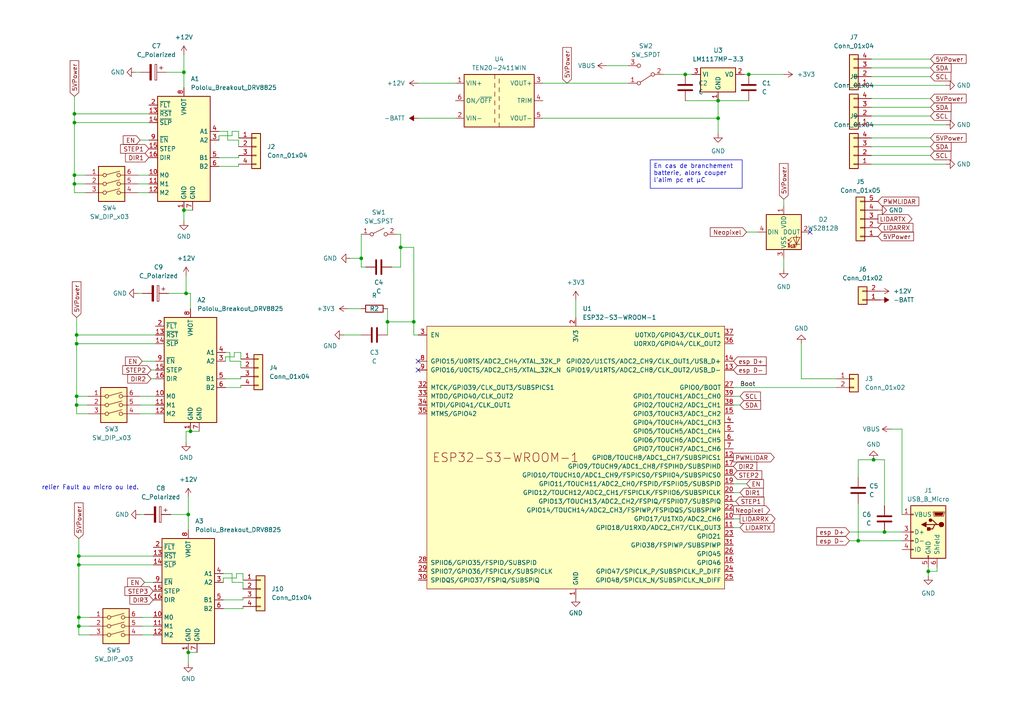
<source format=kicad_sch>
(kicad_sch (version 20230121) (generator eeschema)
  (paper "A4")
  (lib_symbols
    (symbol "Connector:USB_B_Micro" (pin_names (offset 1.016))
      (property "Reference" "J" (at -5.08 11.43 0))
      (property "Value" "USB_B_Micro" (at -5.08 8.89 0))
      (symbol "USB_B_Micro_0_1"
        (rectangle (start -5.08 -7.62) (end 5.08 7.62) (stroke (width 0.254)) (fill (type background)))
        (circle (center -3.81 2.159) (radius 0.635) (stroke (width 0.254)) (fill (type outline)))
        (circle (center -0.635 3.429) (radius 0.381) (stroke (width 0.254)) (fill (type outline)))
        (rectangle (start -0.127 -7.62) (end 0.127 -6.858))
        (polyline (pts (xy -1.905 2.159) (xy 0.635 2.159)) (stroke (width 0.254)))
        (polyline (pts (xy -3.175 2.159) (xy -2.54 2.159) (xy -1.27 3.429) (xy -0.635 3.429)) (stroke (width 0.254)))
        (polyline (pts (xy -2.54 2.159) (xy -1.905 2.159) (xy -1.27 0.889) (xy 0 0.889)) (stroke (width 0.254)))
        (polyline (pts (xy 0.635 2.794) (xy 0.635 1.524) (xy 1.905 2.159) (xy 0.635 2.794)) (stroke (width 0.254)) (fill (type outline)))
        (polyline (pts (xy -4.318 5.588) (xy -1.778 5.588) (xy -2.032 4.826) (xy -4.064 4.826) (xy -4.318 5.588)) (fill (type outline)))
        (polyline (pts (xy -4.699 5.842) (xy -4.699 5.588) (xy -4.445 4.826) (xy -4.445 4.572) (xy -1.651 4.572) (xy -1.651 4.826) (xy -1.397 5.588) (xy -1.397 5.842) (xy -4.699 5.842)))
        (rectangle (start 0.254 1.27) (end -0.508 0.508) (stroke (width 0.254)) (fill (type outline)))
        (rectangle (start 5.08 -5.207) (end 4.318 -4.953))
        (rectangle (start 5.08 -2.667) (end 4.318 -2.413))
        (rectangle (start 5.08 -0.127) (end 4.318 0.127))
        (rectangle (start 5.08 4.953) (end 4.318 5.207))
      )
      (symbol "USB_B_Micro_1_1"
        (pin power_out line (at 7.62 5.08 180) (length 2.54) (name "VBUS") (number "1"))
        (pin bidirectional line (at 7.62 -2.54 180) (length 2.54) (name "D-") (number "2"))
        (pin bidirectional line (at 7.62 0 180) (length 2.54) (name "D+") (number "3"))
        (pin passive line (at 7.62 -5.08 180) (length 2.54) (name "ID") (number "4"))
        (pin power_out line (at 0 -10.16 90) (length 2.54) (name "GND") (number "5"))
        (pin passive line (at -2.54 -10.16 90) (length 2.54) (name "Shield") (number "6"))
      )
    )
    (symbol "Connector_Generic:Conn_01x02" (pin_names (offset 1.016) hide)
      (property "Reference" "J" (at 0 2.54 0))
      (property "Value" "Conn_01x02" (at 0 -5.08 0))
      (symbol "Conn_01x02_1_1"
        (rectangle (start -1.27 -2.413) (end 0 -2.667) (stroke (width 0.1524)))
        (rectangle (start -1.27 0.127) (end 0 -0.127) (stroke (width 0.1524)))
        (rectangle (start -1.27 1.27) (end 1.27 -3.81) (stroke (width 0.254)) (fill (type background)))
        (pin passive line (at -5.08 0 0) (length 3.81) (name "Pin_1") (number "1"))
        (pin passive line (at -5.08 -2.54 0) (length 3.81) (name "Pin_2") (number "2"))
      )
    )
    (symbol "Connector_Generic:Conn_01x04" (pin_names (offset 1.016) hide)
      (property "Reference" "J" (at 0 5.08 0))
      (property "Value" "Conn_01x04" (at 0 -7.62 0))
      (symbol "Conn_01x04_1_1"
        (rectangle (start -1.27 -4.953) (end 0 -5.207) (stroke (width 0.1524)))
        (rectangle (start -1.27 -2.413) (end 0 -2.667) (stroke (width 0.1524)))
        (rectangle (start -1.27 0.127) (end 0 -0.127) (stroke (width 0.1524)))
        (rectangle (start -1.27 2.667) (end 0 2.413) (stroke (width 0.1524)))
        (rectangle (start -1.27 3.81) (end 1.27 -6.35) (stroke (width 0.254)) (fill (type background)))
        (pin passive line (at -5.08 2.54 0) (length 3.81) (name "Pin_1") (number "1"))
        (pin passive line (at -5.08 0 0) (length 3.81) (name "Pin_2") (number "2"))
        (pin passive line (at -5.08 -2.54 0) (length 3.81) (name "Pin_3") (number "3"))
        (pin passive line (at -5.08 -5.08 0) (length 3.81) (name "Pin_4") (number "4"))
      )
    )
    (symbol "Connector_Generic:Conn_01x05" (pin_names (offset 1.016) hide)
      (property "Reference" "J" (at 0 7.62 0))
      (property "Value" "Conn_01x05" (at 0 -7.62 0))
      (symbol "Conn_01x05_1_1"
        (rectangle (start -1.27 -4.953) (end 0 -5.207) (stroke (width 0.1524)))
        (rectangle (start -1.27 -2.413) (end 0 -2.667) (stroke (width 0.1524)))
        (rectangle (start -1.27 0.127) (end 0 -0.127) (stroke (width 0.1524)))
        (rectangle (start -1.27 2.667) (end 0 2.413) (stroke (width 0.1524)))
        (rectangle (start -1.27 5.207) (end 0 4.953) (stroke (width 0.1524)))
        (rectangle (start -1.27 6.35) (end 1.27 -6.35) (stroke (width 0.254)) (fill (type background)))
        (pin passive line (at -5.08 5.08 0) (length 3.81) (name "Pin_1") (number "1"))
        (pin passive line (at -5.08 2.54 0) (length 3.81) (name "Pin_2") (number "2"))
        (pin passive line (at -5.08 0 0) (length 3.81) (name "Pin_3") (number "3"))
        (pin passive line (at -5.08 -2.54 0) (length 3.81) (name "Pin_4") (number "4"))
        (pin passive line (at -5.08 -5.08 0) (length 3.81) (name "Pin_5") (number "5"))
      )
    )
    (symbol "Converter_DCDC:TEN20-2411WIN"
      (property "Reference" "U" (at -10.16 8.89 0))
      (property "Value" "TEN20-2411WIN" (at -3.81 8.89 0))
      (symbol "TEN20-2411WIN_0_1"
        (rectangle (start -10.16 7.62) (end 10.16 -7.62) (stroke (width 0.254)) (fill (type background)))
        (polyline (pts (xy -1.27 -5.08) (xy -1.27 -6.35)))
        (polyline (pts (xy -1.27 -2.54) (xy -1.27 -3.81)))
        (polyline (pts (xy -1.27 0) (xy -1.27 -1.27)))
        (polyline (pts (xy -1.27 2.54) (xy -1.27 1.27)))
        (polyline (pts (xy -1.27 5.08) (xy -1.27 3.81)))
        (polyline (pts (xy -1.27 7.62) (xy -1.27 6.35)))
        (polyline (pts (xy 0 -7.62) (xy 0 -6.35)))
        (polyline (pts (xy 0 -5.08) (xy 0 -3.81)))
        (polyline (pts (xy 0 -1.27) (xy 0 -2.54)))
        (polyline (pts (xy 0 0) (xy 0 1.27)))
        (polyline (pts (xy 0 2.54) (xy 0 3.81)))
        (polyline (pts (xy 0 5.08) (xy 0 6.35)))
      )
      (symbol "TEN20-2411WIN_1_1"
        (pin power_in line (at -12.7 5.08 0) (length 2.54) (name "VIN+") (number "1"))
        (pin power_in line (at -12.7 -5.08 0) (length 2.54) (name "VIN-") (number "2"))
        (pin power_out line (at 12.7 5.08 180) (length 2.54) (name "VOUT+") (number "3"))
        (pin passive line (at 12.7 0 180) (length 2.54) (name "TRIM") (number "4"))
        (pin power_out line (at 12.7 -5.08 180) (length 2.54) (name "VOUT-") (number "5"))
        (pin input line (at -12.7 0 0) (length 2.54) (name "ON/~{OFF}") (number "6"))
      )
    )
    (symbol "Device:C" (pin_numbers hide) (pin_names (offset 0.254))
      (property "Reference" "C" (at 0.635 2.54 0))
      (property "Value" "C" (at 0.635 -2.54 0))
      (symbol "C_0_1"
        (polyline (pts (xy -2.032 -0.762) (xy 2.032 -0.762)) (stroke (width 0.508)))
        (polyline (pts (xy -2.032 0.762) (xy 2.032 0.762)) (stroke (width 0.508)))
      )
      (symbol "C_1_1"
        (pin passive line (at 0 3.81 270) (length 2.794) (name "~") (number "1"))
        (pin passive line (at 0 -3.81 90) (length 2.794) (name "~") (number "2"))
      )
    )
    (symbol "Device:C_Polarized" (pin_numbers hide) (pin_names (offset 0.254))
      (property "Reference" "C" (at 0.635 2.54 0))
      (property "Value" "C_Polarized" (at 0.635 -2.54 0))
      (symbol "C_Polarized_0_1"
        (rectangle (start -2.286 0.508) (end 2.286 1.016))
        (polyline (pts (xy -1.778 2.286) (xy -0.762 2.286)))
        (polyline (pts (xy -1.27 2.794) (xy -1.27 1.778)))
        (rectangle (start 2.286 -0.508) (end -2.286 -1.016) (fill (type outline)))
      )
      (symbol "C_Polarized_1_1"
        (pin passive line (at 0 3.81 270) (length 2.794) (name "~") (number "1"))
        (pin passive line (at 0 -3.81 90) (length 2.794) (name "~") (number "2"))
      )
    )
    (symbol "Device:R" (pin_numbers hide) (pin_names (offset 0))
      (property "Reference" "R" (at 2.032 0 90))
      (property "Value" "R" (at 0 0 90))
      (symbol "R_0_1"
        (rectangle (start -1.016 -2.54) (end 1.016 2.54) (stroke (width 0.254)))
      )
      (symbol "R_1_1"
        (pin passive line (at 0 3.81 270) (length 1.27) (name "~") (number "1"))
        (pin passive line (at 0 -3.81 90) (length 1.27) (name "~") (number "2"))
      )
    )
    (symbol "Driver_Motor:Pololu_Breakout_DRV8825"
      (property "Reference" "A" (at -2.54 16.51 0))
      (property "Value" "Pololu_Breakout_DRV8825" (at -2.54 13.97 0))
      (symbol "Pololu_Breakout_DRV8825_0_1"
        (rectangle (start 7.62 -17.78) (end -7.62 12.7) (stroke (width 0.254)) (fill (type background)))
      )
      (symbol "Pololu_Breakout_DRV8825_1_1"
        (pin power_in line (at 0 -20.32 90) (length 2.54) (name "GND") (number "1"))
        (pin input line (at -10.16 -10.16 0) (length 2.54) (name "M0") (number "10"))
        (pin input line (at -10.16 -12.7 0) (length 2.54) (name "M1") (number "11"))
        (pin input line (at -10.16 -15.24 0) (length 2.54) (name "M2") (number "12"))
        (pin input line (at -10.16 7.62 0) (length 2.54) (name "~{RST}") (number "13"))
        (pin input line (at -10.16 5.08 0) (length 2.54) (name "~{SLP}") (number "14"))
        (pin input line (at -10.16 -2.54 0) (length 2.54) (name "STEP") (number "15"))
        (pin input line (at -10.16 -5.08 0) (length 2.54) (name "DIR") (number "16"))
        (pin output line (at -10.16 10.16 0) (length 2.54) (name "~{FLT}") (number "2"))
        (pin output line (at 10.16 0 180) (length 2.54) (name "A2") (number "3"))
        (pin output line (at 10.16 2.54 180) (length 2.54) (name "A1") (number "4"))
        (pin output line (at 10.16 -5.08 180) (length 2.54) (name "B1") (number "5"))
        (pin output line (at 10.16 -7.62 180) (length 2.54) (name "B2") (number "6"))
        (pin power_in line (at 2.54 -20.32 90) (length 2.54) (name "GND") (number "7"))
        (pin power_in line (at 0 15.24 270) (length 2.54) (name "VMOT") (number "8"))
        (pin input line (at -10.16 0 0) (length 2.54) (name "~{EN}") (number "9"))
      )
    )
    (symbol "ESP32:ESP32-S3-WROOM-1" (pin_names (offset 1.016))
      (property "Reference" "U" (at -43.18 43.18 0))
      (property "Value" "ESP32-S3-WROOM-1" (at -43.18 40.64 0))
      (symbol "ESP32-S3-WROOM-1_0_0"
        (text "ESP32-S3-WROOM-1" (at -20.32 0 0) (effects (font (size 2.54 2.54))))
        (pin power_in line (at 0 -40.64 90) (length 2.54) (name "GND") (number "1"))
        (pin bidirectional line (at 45.72 -17.78 180) (length 2.54) (name "GPIO17/U1TXD/ADC2_CH6") (number "10"))
        (pin bidirectional line (at 45.72 -20.32 180) (length 2.54) (name "GPIO18/U1RXD/ADC2_CH7/CLK_OUT3") (number "11"))
        (pin bidirectional line (at 45.72 0 180) (length 2.54) (name "GPIO8/TOUCH8/ADC1_CH7/SUBSPICS1") (number "12"))
        (pin bidirectional line (at 45.72 25.4 180) (length 2.54) (name "GPIO19/U1RTS/ADC2_CH8/CLK_OUT2/USB_D-") (number "13"))
        (pin bidirectional line (at 45.72 27.94 180) (length 2.54) (name "GPIO20/U1CTS/ADC2_CH9/CLK_OUT1/USB_D+") (number "14"))
        (pin bidirectional line (at 45.72 12.7 180) (length 2.54) (name "GPIO3/TOUCH3/ADC1_CH2") (number "15"))
        (pin bidirectional line (at 45.72 -30.48 180) (length 2.54) (name "GPIO46") (number "16"))
        (pin bidirectional line (at 45.72 -2.54 180) (length 2.54) (name "GPIO9/TOUCH9/ADC1_CH8/FSPIHD/SUBSPIHD") (number "17"))
        (pin bidirectional line (at 45.72 -5.08 180) (length 2.54) (name "GPIO10/TOUCH10/ADC1_CH9/FSPICS0/FSPIIO4/SUBSPICS0") (number "18"))
        (pin bidirectional line (at 45.72 -7.62 180) (length 2.54) (name "GPIO11/TOUCH11/ADC2_CH0/FSPID/FSPIIO5/SUBSPID") (number "19"))
        (pin power_in line (at 0 40.64 270) (length 2.54) (name "3V3") (number "2"))
        (pin bidirectional line (at 45.72 -10.16 180) (length 2.54) (name "GPIO12/TOUCH12/ADC2_CH1/FSPICLK/FSPIIO6/SUBSPICLK") (number "20"))
        (pin bidirectional line (at 45.72 -12.7 180) (length 2.54) (name "GPIO13/TOUCH13/ADC2_CH2/FSPIQ/FSPIIO7/SUBSPIQ") (number "21"))
        (pin bidirectional line (at 45.72 -15.24 180) (length 2.54) (name "GPIO14/TOUCH14/ADC2_CH3/FSPIWP/FSPIDQS/SUBSPIWP") (number "22"))
        (pin bidirectional line (at 45.72 -22.86 180) (length 2.54) (name "GPIO21") (number "23"))
        (pin bidirectional line (at 45.72 -33.02 180) (length 2.54) (name "GPIO47/SPICLK_P/SUBSPICLK_P_DIFF") (number "24"))
        (pin bidirectional line (at 45.72 -35.56 180) (length 2.54) (name "GPIO48/SPICLK_N/SUBSPICLK_N_DIFF") (number "25"))
        (pin bidirectional line (at 45.72 -27.94 180) (length 2.54) (name "GPIO45") (number "26"))
        (pin bidirectional line (at 45.72 20.32 180) (length 2.54) (name "GPIO0/BOOT") (number "27"))
        (pin bidirectional line (at -45.72 -30.48 0) (length 2.54) (name "SPIIO6/GPIO35/FSPID/SUBSPID") (number "28"))
        (pin bidirectional line (at -45.72 -33.02 0) (length 2.54) (name "SPIIO7/GPIO36/FSPICLK/SUBSPICLK") (number "29"))
        (pin input line (at -45.72 35.56 0) (length 2.54) (name "EN") (number "3"))
        (pin bidirectional line (at -45.72 -35.56 0) (length 2.54) (name "SPIDQS/GPIO37/FSPIQ/SUBSPIQ") (number "30"))
        (pin bidirectional line (at 45.72 -25.4 180) (length 2.54) (name "GPIO38/FSPIWP/SUBSPIWP") (number "31"))
        (pin bidirectional line (at -45.72 20.32 0) (length 2.54) (name "MTCK/GPIO39/CLK_OUT3/SUBSPICS1") (number "32"))
        (pin bidirectional line (at -45.72 17.78 0) (length 2.54) (name "MTDO/GPIO40/CLK_OUT2") (number "33"))
        (pin bidirectional line (at -45.72 15.24 0) (length 2.54) (name "MTDI/GPIO41/CLK_OUT1") (number "34"))
        (pin bidirectional line (at -45.72 12.7 0) (length 2.54) (name "MTMS/GPIO42") (number "35"))
        (pin bidirectional line (at 45.72 33.02 180) (length 2.54) (name "U0RXD/GPIO44/CLK_OUT2") (number "36"))
        (pin bidirectional line (at 45.72 35.56 180) (length 2.54) (name "U0TXD/GPIO43/CLK_OUT1") (number "37"))
        (pin bidirectional line (at 45.72 15.24 180) (length 2.54) (name "GPIO2/TOUCH2/ADC1_CH1") (number "38"))
        (pin bidirectional line (at 45.72 17.78 180) (length 2.54) (name "GPIO1/TOUCH1/ADC1_CH0") (number "39"))
        (pin bidirectional line (at 45.72 10.16 180) (length 2.54) (name "GPIO4/TOUCH4/ADC1_CH3") (number "4"))
        (pin passive line (at 0 -40.64 90) (length 2.54) hide (name "GND") (number "40"))
        (pin passive line (at 0 -40.64 90) (length 2.54) hide (name "GND") (number "41"))
        (pin bidirectional line (at 45.72 7.62 180) (length 2.54) (name "GPIO5/TOUCH5/ADC1_CH4") (number "5"))
        (pin bidirectional line (at 45.72 5.08 180) (length 2.54) (name "GPIO6/TOUCH6/ADC1_CH5") (number "6"))
        (pin bidirectional line (at 45.72 2.54 180) (length 2.54) (name "GPIO7/TOUCH7/ADC1_CH6") (number "7"))
        (pin bidirectional line (at -45.72 27.94 0) (length 2.54) (name "GPIO15/U0RTS/ADC2_CH4/XTAL_32K_P") (number "8"))
        (pin bidirectional line (at -45.72 25.4 0) (length 2.54) (name "GPIO16/U0CTS/ADC2_CH5/XTAL_32K_N") (number "9"))
      )
      (symbol "ESP32-S3-WROOM-1_0_1"
        (rectangle (start -43.18 38.1) (end 43.18 -38.1) (fill (type background)))
      )
    )
    (symbol "LED:WS2812B" (pin_names (offset 0.254))
      (property "Reference" "D" (at 5.08 5.715 0))
      (property "Value" "WS2812B" (at 1.27 -5.715 0))
      (symbol "WS2812B_0_0"
        (text "RGB" (at 2.286 -4.191 0) (effects (font (size 0.762 0.762))))
      )
      (symbol "WS2812B_0_1"
        (polyline (pts (xy 1.27 -3.556) (xy 1.778 -3.556)))
        (polyline (pts (xy 1.27 -2.54) (xy 1.778 -2.54)))
        (polyline (pts (xy 4.699 -3.556) (xy 2.667 -3.556)))
        (polyline (pts (xy 2.286 -2.54) (xy 1.27 -3.556) (xy 1.27 -3.048)))
        (polyline (pts (xy 2.286 -1.524) (xy 1.27 -2.54) (xy 1.27 -2.032)))
        (polyline (pts (xy 3.683 -1.016) (xy 3.683 -3.556) (xy 3.683 -4.064)))
        (polyline (pts (xy 4.699 -1.524) (xy 2.667 -1.524) (xy 3.683 -3.556) (xy 4.699 -1.524)))
        (rectangle (start 5.08 5.08) (end -5.08 -5.08) (stroke (width 0.254)) (fill (type background)))
      )
      (symbol "WS2812B_1_1"
        (pin power_in line (at 0 7.62 270) (length 2.54) (name "VDD") (number "1"))
        (pin output line (at 7.62 0 180) (length 2.54) (name "DOUT") (number "2"))
        (pin power_in line (at 0 -7.62 90) (length 2.54) (name "VSS") (number "3"))
        (pin input line (at -7.62 0 0) (length 2.54) (name "DIN") (number "4"))
      )
    )
    (symbol "Regulator_Linear:LM1117MP-3.3"
      (property "Reference" "U" (at -3.81 3.175 0))
      (property "Value" "LM1117MP-3.3" (at 0 3.175 0))
      (symbol "LM1117MP-3.3_0_1"
        (rectangle (start -5.08 -5.08) (end 5.08 1.905) (stroke (width 0.254)) (fill (type background)))
      )
      (symbol "LM1117MP-3.3_1_1"
        (pin power_in line (at 0 -7.62 90) (length 2.54) (name "GND") (number "1"))
        (pin power_out line (at 7.62 0 180) (length 2.54) (name "VO") (number "2"))
        (pin power_in line (at -7.62 0 0) (length 2.54) (name "VI") (number "3"))
      )
    )
    (symbol "Switch:SW_DIP_x03" (pin_names (offset 0) hide)
      (property "Reference" "SW" (at 0 8.89 0))
      (property "Value" "SW_DIP_x03" (at 0 -3.81 0))
      (symbol "SW_DIP_x03_0_0"
        (circle (center -2.032 0) (radius 0.508))
        (circle (center -2.032 2.54) (radius 0.508))
        (circle (center -2.032 5.08) (radius 0.508))
        (polyline (pts (xy -1.524 0.127) (xy 2.3622 1.1684)))
        (polyline (pts (xy -1.524 2.667) (xy 2.3622 3.7084)))
        (polyline (pts (xy -1.524 5.207) (xy 2.3622 6.2484)))
        (circle (center 2.032 0) (radius 0.508))
        (circle (center 2.032 2.54) (radius 0.508))
        (circle (center 2.032 5.08) (radius 0.508))
      )
      (symbol "SW_DIP_x03_0_1"
        (rectangle (start -3.81 7.62) (end 3.81 -2.54) (stroke (width 0.254)) (fill (type background)))
      )
      (symbol "SW_DIP_x03_1_1"
        (pin passive line (at -7.62 5.08 0) (length 5.08) (name "~") (number "1"))
        (pin passive line (at -7.62 2.54 0) (length 5.08) (name "~") (number "2"))
        (pin passive line (at -7.62 0 0) (length 5.08) (name "~") (number "3"))
        (pin passive line (at 7.62 0 180) (length 5.08) (name "~") (number "4"))
        (pin passive line (at 7.62 2.54 180) (length 5.08) (name "~") (number "5"))
        (pin passive line (at 7.62 5.08 180) (length 5.08) (name "~") (number "6"))
      )
    )
    (symbol "Switch:SW_SPDT" (pin_names (offset 0) hide)
      (property "Reference" "SW" (at 0 4.318 0))
      (property "Value" "SW_SPDT" (at 0 -5.08 0))
      (symbol "SW_SPDT_0_0"
        (circle (center -2.032 0) (radius 0.508))
        (circle (center 2.032 -2.54) (radius 0.508))
      )
      (symbol "SW_SPDT_0_1"
        (polyline (pts (xy -1.524 0.254) (xy 1.651 2.286)))
        (circle (center 2.032 2.54) (radius 0.508))
      )
      (symbol "SW_SPDT_1_1"
        (pin passive line (at 5.08 2.54 180) (length 2.54) (name "A") (number "1"))
        (pin passive line (at -5.08 0 0) (length 2.54) (name "B") (number "2"))
        (pin passive line (at 5.08 -2.54 180) (length 2.54) (name "C") (number "3"))
      )
    )
    (symbol "Switch:SW_SPST" (pin_names (offset 0) hide)
      (property "Reference" "SW" (at 0 3.175 0))
      (property "Value" "SW_SPST" (at 0 -2.54 0))
      (symbol "SW_SPST_0_0"
        (circle (center -2.032 0) (radius 0.508))
        (polyline (pts (xy -1.524 0.254) (xy 1.524 1.778)))
        (circle (center 2.032 0) (radius 0.508))
      )
      (symbol "SW_SPST_1_1"
        (pin passive line (at -5.08 0 0) (length 2.54) (name "A") (number "1"))
        (pin passive line (at 5.08 0 180) (length 2.54) (name "B") (number "2"))
      )
    )
    (symbol "power:+12V" (power) (pin_names (offset 0))
      (property "Value" "+12V" (at 0 3.556 0))
      (symbol "+12V_0_1"
        (polyline (pts (xy -0.762 1.27) (xy 0 2.54)))
        (polyline (pts (xy 0 0) (xy 0 2.54)))
        (polyline (pts (xy 0 2.54) (xy 0.762 1.27)))
      )
      (symbol "+12V_1_1"
        (pin power_in line (at 0 0 90) (length 0) hide (name "+12V") (number "1"))
      )
    )
    (symbol "power:+3V3" (power) (pin_names (offset 0))
      (property "Value" "+3V3" (at 0 3.556 0))
      (symbol "+3V3_0_1"
        (polyline (pts (xy -0.762 1.27) (xy 0 2.54)))
        (polyline (pts (xy 0 0) (xy 0 2.54)))
        (polyline (pts (xy 0 2.54) (xy 0.762 1.27)))
      )
      (symbol "+3V3_1_1"
        (pin power_in line (at 0 0 90) (length 0) hide (name "+3V3") (number "1"))
      )
    )
    (symbol "power:-BATT" (power) (pin_names (offset 0))
      (property "Value" "-BATT" (at 0 3.556 0))
      (symbol "-BATT_0_1"
        (polyline (pts (xy 0 0) (xy 0 2.54)))
        (polyline (pts (xy 0.762 1.27) (xy -0.762 1.27) (xy 0 2.54) (xy 0.762 1.27)) (fill (type outline)))
      )
      (symbol "-BATT_1_1"
        (pin power_in line (at 0 0 90) (length 0) hide (name "-BATT") (number "1"))
      )
    )
    (symbol "power:GND" (power) (pin_names (offset 0))
      (property "Value" "GND" (at 0 -3.81 0))
      (symbol "GND_0_1"
        (polyline (pts (xy 0 0) (xy 0 -1.27) (xy 1.27 -1.27) (xy 0 -2.54) (xy -1.27 -1.27) (xy 0 -1.27)))
      )
      (symbol "GND_1_1"
        (pin power_in line (at 0 0 270) (length 0) hide (name "GND") (number "1"))
      )
    )
    (symbol "power:VBUS" (power) (pin_names (offset 0))
      (property "Value" "VBUS" (at 0 3.81 0))
      (symbol "VBUS_0_1"
        (polyline (pts (xy -0.762 1.27) (xy 0 2.54)))
        (polyline (pts (xy 0 0) (xy 0 2.54)))
        (polyline (pts (xy 0 2.54) (xy 0.762 1.27)))
      )
      (symbol "VBUS_1_1"
        (pin power_in line (at 0 0 90) (length 0) hide (name "VBUS") (number "1"))
      )
    )
  )
  (junction (at 22.225 99.695))
  (junction (at 22.86 161.29))
  (junction (at 54.61 149.225))
  (junction (at 53.975 85.09))
  (junction (at 198.755 21.59))
  (junction (at 248.92 156.845))
  (junction (at 22.225 114.935))
  (junction (at 256.54 154.305))
  (junction (at 21.59 53.34))
  (junction (at 112.395 93.345))
  (junction (at 22.225 117.475))
  (junction (at 208.28 29.21))
  (junction (at 22.225 97.155))
  (junction (at 55.245 125.095))
  (junction (at 53.34 60.96))
  (junction (at 22.86 163.83))
  (junction (at 21.59 35.56))
  (junction (at 54.61 189.23))
  (junction (at 253.365 133.35))
  (junction (at 22.86 179.07))
  (junction (at 21.59 50.8))
  (junction (at 217.17 21.59))
  (junction (at 120.015 93.345))
  (junction (at 22.86 181.61))
  (junction (at 104.775 74.93))
  (junction (at 269.24 165.735))
  (junction (at 116.205 71.755))
  (junction (at 208.28 34.29))
  (junction (at 21.59 33.02))
  (junction (at 53.34 20.955))
  (no_connect (at 121.285 104.775))
  (no_connect (at 234.95 67.31))
  (no_connect (at 121.285 107.315))
  (wire (pts (xy 21.59 35.56) (xy 21.59 50.8)))
  (wire (pts (xy 49.53 149.225) (xy 54.61 149.225)))
  (wire (pts (xy 45.085 109.855) (xy 43.815 109.855)))
  (wire (pts (xy 41.275 104.775) (xy 45.085 104.775)))
  (wire (pts (xy 68.58 166.37) (xy 68.58 167.64)))
  (wire (pts (xy 213.36 145.415) (xy 212.725 145.415)))
  (wire (pts (xy 21.59 27.94) (xy 21.59 33.02)))
  (wire (pts (xy 208.28 34.29) (xy 208.28 29.21)))
  (wire (pts (xy 261.62 124.46) (xy 258.445 124.46)))
  (wire (pts (xy 252.73 28.575) (xy 269.875 28.575)))
  (wire (pts (xy 48.26 20.955) (xy 53.34 20.955)))
  (wire (pts (xy 21.59 50.8) (xy 21.59 53.34)))
  (wire (pts (xy 21.59 53.34) (xy 21.59 55.88)))
  (wire (pts (xy 45.085 107.315) (xy 43.815 107.315)))
  (wire (pts (xy 40.64 114.935) (xy 45.085 114.935)))
  (wire (pts (xy 252.73 42.545) (xy 269.875 42.545)))
  (wire (pts (xy 121.285 34.29) (xy 132.08 34.29)))
  (wire (pts (xy 65.405 112.395) (xy 69.85 112.395)))
  (wire (pts (xy 41.275 179.07) (xy 44.45 179.07)))
  (wire (pts (xy 121.285 24.13) (xy 132.08 24.13)))
  (wire (pts (xy 167.005 86.995) (xy 167.005 92.075)))
  (wire (pts (xy 261.62 149.225) (xy 261.62 124.46)))
  (wire (pts (xy 198.755 21.59) (xy 200.66 21.59)))
  (wire (pts (xy 53.975 80.01) (xy 53.975 85.09)))
  (wire (pts (xy 22.225 117.475) (xy 25.4 117.475)))
  (wire (pts (xy 69.85 102.235) (xy 67.945 102.235)))
  (wire (pts (xy 256.54 133.35) (xy 253.365 133.35)))
  (wire (pts (xy 22.86 163.83) (xy 44.45 163.83)))
  (wire (pts (xy 232.41 99.695) (xy 232.41 109.855)))
  (wire (pts (xy 120.015 97.155) (xy 121.285 97.155)))
  (wire (pts (xy 271.78 164.465) (xy 271.78 165.735)))
  (wire (pts (xy 69.215 40.64) (xy 66.04 40.64)))
  (wire (pts (xy 214.63 142.875) (xy 212.725 142.875)))
  (wire (pts (xy 69.85 112.395) (xy 69.85 111.76)))
  (wire (pts (xy 246.38 154.305) (xy 256.54 154.305)))
  (wire (pts (xy 48.895 85.09) (xy 53.975 85.09)))
  (wire (pts (xy 22.225 117.475) (xy 22.225 120.015)))
  (wire (pts (xy 116.205 67.945) (xy 114.935 67.945)))
  (wire (pts (xy 22.86 181.61) (xy 22.86 184.15)))
  (wire (pts (xy 65.405 109.855) (xy 69.85 109.855)))
  (wire (pts (xy 53.34 20.955) (xy 53.34 25.4)))
  (wire (pts (xy 112.395 89.535) (xy 112.395 93.345)))
  (wire (pts (xy 22.86 179.07) (xy 26.035 179.07)))
  (wire (pts (xy 256.54 146.685) (xy 256.54 133.35)))
  (wire (pts (xy 40.64 149.225) (xy 41.91 149.225)))
  (wire (pts (xy 64.77 167.64) (xy 64.77 168.91)))
  (wire (pts (xy 68.58 167.64) (xy 64.77 167.64)))
  (wire (pts (xy 269.24 165.735) (xy 269.24 164.465)))
  (wire (pts (xy 63.5 39.37) (xy 63.5 40.64)))
  (wire (pts (xy 248.92 146.05) (xy 248.92 156.845)))
  (wire (pts (xy 22.225 114.935) (xy 22.225 117.475)))
  (wire (pts (xy 227.33 57.785) (xy 227.33 59.69)))
  (wire (pts (xy 252.73 17.145) (xy 269.875 17.145)))
  (wire (pts (xy 116.205 67.945) (xy 116.205 71.755)))
  (wire (pts (xy 53.975 128.27) (xy 53.975 125.095)))
  (wire (pts (xy 252.73 40.005) (xy 269.875 40.005)))
  (wire (pts (xy 208.28 38.735) (xy 208.28 34.29)))
  (wire (pts (xy 69.215 40.64) (xy 69.215 42.545)))
  (wire (pts (xy 64.77 176.53) (xy 70.485 176.53)))
  (wire (pts (xy 21.59 33.02) (xy 21.59 35.56)))
  (wire (pts (xy 67.31 166.37) (xy 64.77 166.37)))
  (wire (pts (xy 22.225 92.075) (xy 22.225 97.155)))
  (wire (pts (xy 214.63 150.495) (xy 212.725 150.495)))
  (wire (pts (xy 214.63 114.935) (xy 212.725 114.935)))
  (wire (pts (xy 65.405 103.505) (xy 65.405 104.775)))
  (wire (pts (xy 120.015 93.345) (xy 120.015 97.155)))
  (wire (pts (xy 22.225 97.155) (xy 45.085 97.155)))
  (wire (pts (xy 252.73 19.685) (xy 269.875 19.685)))
  (wire (pts (xy 104.775 77.47) (xy 104.775 74.93)))
  (wire (pts (xy 21.59 55.88) (xy 24.765 55.88)))
  (wire (pts (xy 66.04 40.64) (xy 66.04 38.1)))
  (wire (pts (xy 112.395 93.345) (xy 120.015 93.345)))
  (wire (pts (xy 216.535 140.335) (xy 212.725 140.335)))
  (wire (pts (xy 246.38 156.845) (xy 248.92 156.845)))
  (wire (pts (xy 55.245 125.095) (xy 53.975 125.095)))
  (wire (pts (xy 248.92 133.35) (xy 253.365 133.35)))
  (wire (pts (xy 120.015 71.755) (xy 120.015 93.345)))
  (wire (pts (xy 40.005 55.88) (xy 43.18 55.88)))
  (wire (pts (xy 22.86 163.83) (xy 22.86 179.07)))
  (wire (pts (xy 67.31 38.1) (xy 67.31 39.37)))
  (wire (pts (xy 22.86 184.15) (xy 26.035 184.15)))
  (wire (pts (xy 63.5 45.72) (xy 69.215 45.72)))
  (wire (pts (xy 22.225 97.155) (xy 22.225 99.695)))
  (wire (pts (xy 69.215 38.1) (xy 67.31 38.1)))
  (wire (pts (xy 216.535 67.31) (xy 219.71 67.31)))
  (wire (pts (xy 70.485 166.37) (xy 68.58 166.37)))
  (wire (pts (xy 67.31 39.37) (xy 63.5 39.37)))
  (wire (pts (xy 40.005 53.34) (xy 43.18 53.34)))
  (wire (pts (xy 54.61 192.405) (xy 54.61 189.23)))
  (wire (pts (xy 67.945 103.505) (xy 65.405 103.505)))
  (wire (pts (xy 67.31 168.91) (xy 67.31 166.37)))
  (wire (pts (xy 215.9 21.59) (xy 217.17 21.59)))
  (wire (pts (xy 63.5 48.26) (xy 69.215 48.26)))
  (wire (pts (xy 120.015 71.755) (xy 116.205 71.755)))
  (wire (pts (xy 157.48 24.13) (xy 182.245 24.13)))
  (wire (pts (xy 40.005 85.09) (xy 41.275 85.09)))
  (wire (pts (xy 70.485 176.53) (xy 70.485 175.895)))
  (wire (pts (xy 21.59 33.02) (xy 43.18 33.02)))
  (wire (pts (xy 99.695 97.155) (xy 104.775 97.155)))
  (wire (pts (xy 112.395 97.155) (xy 112.395 93.345)))
  (wire (pts (xy 21.59 53.34) (xy 24.765 53.34)))
  (wire (pts (xy 66.675 104.775) (xy 66.675 102.235)))
  (wire (pts (xy 41.91 168.91) (xy 44.45 168.91)))
  (wire (pts (xy 116.205 77.47) (xy 113.665 77.47)))
  (wire (pts (xy 40.64 40.64) (xy 43.18 40.64)))
  (wire (pts (xy 22.86 161.29) (xy 22.86 163.83)))
  (wire (pts (xy 274.32 36.195) (xy 252.73 36.195)))
  (wire (pts (xy 22.86 156.21) (xy 22.86 161.29)))
  (wire (pts (xy 69.215 45.72) (xy 69.215 45.085)))
  (wire (pts (xy 274.32 24.765) (xy 252.73 24.765)))
  (wire (pts (xy 22.86 181.61) (xy 26.035 181.61)))
  (wire (pts (xy 101.6 74.93) (xy 104.775 74.93)))
  (wire (pts (xy 198.755 29.21) (xy 208.28 29.21)))
  (wire (pts (xy 192.405 21.59) (xy 198.755 21.59)))
  (wire (pts (xy 269.24 167.005) (xy 269.24 165.735)))
  (wire (pts (xy 69.215 48.26) (xy 69.215 47.625)))
  (wire (pts (xy 232.41 109.855) (xy 242.57 109.855)))
  (wire (pts (xy 21.59 35.56) (xy 43.18 35.56)))
  (wire (pts (xy 40.005 50.8) (xy 43.18 50.8)))
  (wire (pts (xy 248.92 156.845) (xy 261.62 156.845)))
  (wire (pts (xy 271.78 165.735) (xy 269.24 165.735)))
  (wire (pts (xy 214.63 153.035) (xy 212.725 153.035)))
  (wire (pts (xy 106.045 77.47) (xy 104.775 77.47)))
  (wire (pts (xy 70.485 168.91) (xy 67.31 168.91)))
  (wire (pts (xy 22.225 99.695) (xy 45.085 99.695)))
  (wire (pts (xy 22.225 120.015) (xy 25.4 120.015)))
  (wire (pts (xy 100.965 89.535) (xy 104.775 89.535)))
  (wire (pts (xy 175.895 19.05) (xy 182.245 19.05)))
  (wire (pts (xy 53.34 60.96) (xy 55.88 60.96)))
  (wire (pts (xy 252.73 33.655) (xy 269.875 33.655)))
  (wire (pts (xy 217.17 21.59) (xy 227.33 21.59)))
  (wire (pts (xy 69.85 104.775) (xy 66.675 104.775)))
  (wire (pts (xy 21.59 50.8) (xy 24.765 50.8)))
  (wire (pts (xy 252.73 22.225) (xy 269.875 22.225)))
  (wire (pts (xy 70.485 168.91) (xy 70.485 170.815)))
  (wire (pts (xy 69.85 104.775) (xy 69.85 106.68)))
  (wire (pts (xy 22.225 99.695) (xy 22.225 114.935)))
  (wire (pts (xy 248.92 138.43) (xy 248.92 133.35)))
  (wire (pts (xy 67.945 102.235) (xy 67.945 103.505)))
  (wire (pts (xy 217.17 29.21) (xy 208.28 29.21)))
  (wire (pts (xy 54.61 144.145) (xy 54.61 149.225)))
  (wire (pts (xy 252.73 45.085) (xy 269.875 45.085)))
  (wire (pts (xy 22.86 179.07) (xy 22.86 181.61)))
  (wire (pts (xy 157.48 34.29) (xy 208.28 34.29)))
  (wire (pts (xy 54.61 149.225) (xy 54.61 153.67)))
  (wire (pts (xy 22.86 161.29) (xy 44.45 161.29)))
  (wire (pts (xy 70.485 166.37) (xy 70.485 168.275)))
  (wire (pts (xy 227.33 78.105) (xy 227.33 74.93)))
  (wire (pts (xy 54.61 189.23) (xy 57.15 189.23)))
  (wire (pts (xy 41.275 184.15) (xy 44.45 184.15)))
  (wire (pts (xy 70.485 173.99) (xy 70.485 173.355)))
  (wire (pts (xy 256.54 154.305) (xy 261.62 154.305)))
  (wire (pts (xy 55.245 85.09) (xy 53.975 85.09)))
  (wire (pts (xy 252.73 31.115) (xy 269.875 31.115)))
  (wire (pts (xy 212.725 117.475) (xy 214.63 117.475)))
  (wire (pts (xy 22.225 114.935) (xy 25.4 114.935)))
  (wire (pts (xy 69.85 102.235) (xy 69.85 104.14)))
  (wire (pts (xy 116.205 71.755) (xy 116.205 77.47)))
  (wire (pts (xy 66.675 102.235) (xy 65.405 102.235)))
  (wire (pts (xy 69.215 38.1) (xy 69.215 40.005)))
  (wire (pts (xy 55.245 125.095) (xy 57.785 125.095)))
  (wire (pts (xy 39.37 20.955) (xy 40.64 20.955)))
  (wire (pts (xy 53.34 15.875) (xy 53.34 20.955)))
  (wire (pts (xy 53.34 64.135) (xy 53.34 60.96)))
  (wire (pts (xy 69.85 109.855) (xy 69.85 109.22)))
  (wire (pts (xy 66.04 38.1) (xy 63.5 38.1)))
  (wire (pts (xy 274.32 47.625) (xy 252.73 47.625)))
  (wire (pts (xy 40.64 120.015) (xy 45.085 120.015)))
  (wire (pts (xy 212.725 112.395) (xy 242.57 112.395)))
  (wire (pts (xy 55.245 85.09) (xy 55.245 89.535)))
  (wire (pts (xy 40.64 117.475) (xy 45.085 117.475)))
  (wire (pts (xy 104.775 74.93) (xy 104.775 67.945)))
  (wire (pts (xy 41.275 181.61) (xy 44.45 181.61)))
  (wire (pts (xy 64.77 173.99) (xy 70.485 173.99)))
  (text_box "En cas de branchement batterie, alors couper l'alim pc et µC\n" (at 188.595 46.355 0) (size 26.67 8.255) (effects (font (size 1.27 1.27)) (justify left top)))
  (text "relier Fault au micro ou led." (at 12.065 142.24 0) (effects (font (size 1.27 1.27)) (justify left bottom)))
  (label "Boot" (at 214.63 112.395 0))
  (global_label "5VPower" (shape input) (at 269.875 28.575 0) (property "Intersheetrefs" "${INTERSHEET_REFS}" (effects hide)))
  (global_label "PWMLIDAR" (shape output) (at 212.725 132.715 0) (property "Intersheetrefs" "${INTERSHEET_REFS}" (effects hide)))
  (global_label "Neopixel" (shape input) (at 216.535 67.31 180) (property "Intersheetrefs" "${INTERSHEET_REFS}" (effects hide)))
  (global_label "DIR1" (shape input) (at 214.63 142.875 0) (property "Intersheetrefs" "${INTERSHEET_REFS}" (effects hide)))
  (global_label "DIR2" (shape input) (at 212.725 135.255 0) (property "Intersheetrefs" "${INTERSHEET_REFS}" (effects hide)))
  (global_label "STEP2" (shape input) (at 43.815 107.315 180) (property "Intersheetrefs" "${INTERSHEET_REFS}" (effects hide)))
  (global_label "5VPower" (shape input) (at 21.59 27.94 90) (property "Intersheetrefs" "${INTERSHEET_REFS}" (effects hide)))
  (global_label "SCL" (shape input) (at 214.63 114.935 0) (property "Intersheetrefs" "${INTERSHEET_REFS}" (effects hide)))
  (global_label "EN" (shape input) (at 41.275 104.775 180) (property "Intersheetrefs" "${INTERSHEET_REFS}" (effects hide)))
  (global_label "EN" (shape input) (at 41.91 168.91 180) (property "Intersheetrefs" "${INTERSHEET_REFS}" (effects hide)))
  (global_label "SCL" (shape input) (at 269.875 33.655 0) (property "Intersheetrefs" "${INTERSHEET_REFS}" (effects hide)))
  (global_label "5VPower" (shape input) (at 164.465 24.13 90) (property "Intersheetrefs" "${INTERSHEET_REFS}" (effects hide)))
  (global_label "SCL" (shape input) (at 269.875 45.085 0) (property "Intersheetrefs" "${INTERSHEET_REFS}" (effects hide)))
  (global_label "STEP3" (shape input) (at 44.45 171.45 180) (property "Intersheetrefs" "${INTERSHEET_REFS}" (effects hide)))
  (global_label "LIDARRX" (shape input) (at 254.635 66.04 0) (property "Intersheetrefs" "${INTERSHEET_REFS}" (effects hide)))
  (global_label "DIR3" (shape input) (at 44.45 173.99 180) (property "Intersheetrefs" "${INTERSHEET_REFS}" (effects hide)))
  (global_label "SDA" (shape input) (at 214.63 117.475 0) (property "Intersheetrefs" "${INTERSHEET_REFS}" (effects hide)))
  (global_label "5VPower" (shape input) (at 269.875 17.145 0) (property "Intersheetrefs" "${INTERSHEET_REFS}" (effects hide)))
  (global_label "STEP2" (shape input) (at 212.725 137.795 0) (property "Intersheetrefs" "${INTERSHEET_REFS}" (effects hide)))
  (global_label "SCL" (shape input) (at 269.875 22.225 0) (property "Intersheetrefs" "${INTERSHEET_REFS}" (effects hide)))
  (global_label "DIR2" (shape input) (at 43.815 109.855 180) (property "Intersheetrefs" "${INTERSHEET_REFS}" (effects hide)))
  (global_label "5VPower" (shape input) (at 22.86 156.21 90) (property "Intersheetrefs" "${INTERSHEET_REFS}" (effects hide)))
  (global_label "EN" (shape input) (at 40.64 40.64 180) (property "Intersheetrefs" "${INTERSHEET_REFS}" (effects hide)))
  (global_label "DIR1" (shape input) (at 43.18 45.72 180) (property "Intersheetrefs" "${INTERSHEET_REFS}" (effects hide)))
  (global_label "LIDARRX" (shape output) (at 214.63 150.495 0) (property "Intersheetrefs" "${INTERSHEET_REFS}" (effects hide)))
  (global_label "5VPower" (shape input) (at 227.33 57.785 90) (property "Intersheetrefs" "${INTERSHEET_REFS}" (effects hide)))
  (global_label "esp D-" (shape input) (at 212.725 107.315 0) (property "Intersheetrefs" "${INTERSHEET_REFS}" (effects hide)))
  (global_label "esp D+" (shape input) (at 246.38 154.305 180) (property "Intersheetrefs" "${INTERSHEET_REFS}" (effects hide)))
  (global_label "STEP1" (shape input) (at 213.36 145.415 0) (property "Intersheetrefs" "${INTERSHEET_REFS}" (effects hide)))
  (global_label "PWMLIDAR" (shape input) (at 254.635 58.42 0) (property "Intersheetrefs" "${INTERSHEET_REFS}" (effects hide)))
  (global_label "esp D-" (shape input) (at 246.38 156.845 180) (property "Intersheetrefs" "${INTERSHEET_REFS}" (effects hide)))
  (global_label "5VPower" (shape input) (at 22.225 92.075 90) (property "Intersheetrefs" "${INTERSHEET_REFS}" (effects hide)))
  (global_label "5VPower" (shape input) (at 254.635 68.58 0) (property "Intersheetrefs" "${INTERSHEET_REFS}" (effects hide)))
  (global_label "EN" (shape input) (at 216.535 140.335 0) (property "Intersheetrefs" "${INTERSHEET_REFS}" (effects hide)))
  (global_label "SDA" (shape input) (at 269.875 19.685 0) (property "Intersheetrefs" "${INTERSHEET_REFS}" (effects hide)))
  (global_label "STEP1" (shape input) (at 43.18 43.18 180) (property "Intersheetrefs" "${INTERSHEET_REFS}" (effects hide)))
  (global_label "esp D+" (shape input) (at 212.725 104.775 0) (property "Intersheetrefs" "${INTERSHEET_REFS}" (effects hide)))
  (global_label "LIDARTX" (shape input) (at 214.63 153.035 0) (property "Intersheetrefs" "${INTERSHEET_REFS}" (effects hide)))
  (global_label "LIDARTX" (shape output) (at 254.635 63.5 0) (property "Intersheetrefs" "${INTERSHEET_REFS}" (effects hide)))
  (global_label "SDA" (shape input) (at 269.875 31.115 0) (property "Intersheetrefs" "${INTERSHEET_REFS}" (effects hide)))
  (global_label "SDA" (shape input) (at 269.875 42.545 0) (property "Intersheetrefs" "${INTERSHEET_REFS}" (effects hide)))
  (global_label "5VPower" (shape input) (at 269.875 40.005 0) (property "Intersheetrefs" "${INTERSHEET_REFS}" (effects hide)))
  (global_label "Neopixel" (shape output) (at 212.725 147.955 0) (property "Intersheetrefs" "${INTERSHEET_REFS}" (effects hide)))
  (symbol (lib_id "Switch:SW_DIP_x03") (at 33.655 184.15 0) (unit 1)
    (property "Reference" "SW5" (at 33.02 188.595 0))
    (property "Value" "SW_DIP_x03" (at 33.02 191.135 0))
    (property "Footprint" "Button_Switch_SMD:SW_DIP_SPSTx03_Slide_9.78x9.8mm_W8.61mm_P2.54mm" (effects hide))
  )
  (symbol (lib_id "Connector_Generic:Conn_01x04") (at 247.65 33.655 180) (unit 1)
    (property "Reference" "J8" (at 247.65 22.225 0))
    (property "Value" "Conn_01x04" (at 247.65 24.765 0))
    (property "Footprint" "Connector_JST:JST_XH_B4B-XH-A_1x04_P2.50mm_Vertical" (effects hide))
  )
  (symbol (lib_id "Device:R") (at 108.585 89.535 90) (unit 1)
    (property "Reference" "R2" (at 108.585 89.535 90))
    (property "Value" "R" (at 108.585 85.725 90))
    (property "Footprint" "Resistor_SMD:R_1206_3216Metric_Pad1.30x1.75mm_HandSolder" (effects hide))
  )
  (symbol (lib_id "Connector_Generic:Conn_01x04") (at 75.565 170.815 0) (unit 1)
    (property "Reference" "J10" (at 78.74 170.815 0) (effects (justify left)))
    (property "Value" "Conn_01x04" (at 78.74 173.355 0) (effects (justify left)))
    (property "Footprint" "Connector_JST:JST_XH_B4B-XH-A_1x04_P2.50mm_Vertical" (effects hide))
  )
  (symbol (lib_id "Connector_Generic:Conn_01x04") (at 247.65 22.225 180) (unit 1)
    (property "Reference" "J7" (at 247.65 10.795 0))
    (property "Value" "Conn_01x04" (at 247.65 13.335 0))
    (property "Footprint" "Connector_JST:JST_XH_B4B-XH-A_1x04_P2.50mm_Vertical" (effects hide))
  )
  (symbol (lib_id "power:+12V") (at 54.61 144.145 0) (unit 1)
    (property "Reference" "#PWR023" (effects hide))
    (property "Value" "+12V" (at 54.61 139.065 0))
  )
  (symbol (lib_id "power:GND") (at 253.365 133.35 180) (unit 1)
    (property "Reference" "#PWR014" (effects hide))
    (property "Value" "GND" (at 253.365 128.905 0))
  )
  (symbol (lib_id "power:+12V") (at 121.285 24.13 90) (unit 1)
    (property "Reference" "#PWR024" (effects hide))
    (property "Value" "+12V" (at 117.475 24.13 90) (effects (justify left)))
  )
  (symbol (lib_id "power:GND") (at 167.005 173.355 0) (unit 1)
    (property "Reference" "#PWR01" (effects hide))
    (property "Value" "GND" (at 167.005 177.8 0))
  )
  (symbol (lib_id "power:+3V3") (at 100.965 89.535 90) (unit 1)
    (property "Reference" "#PWR06" (effects hide))
    (property "Value" "+3V3" (at 97.155 89.535 90) (effects (justify left)))
  )
  (symbol (lib_id "Driver_Motor:Pololu_Breakout_DRV8825") (at 55.245 104.775 0) (unit 1)
    (property "Reference" "A2" (at 57.2009 86.995 0) (effects (justify left)))
    (property "Value" "Pololu_Breakout_DRV8825" (at 57.2009 89.535 0) (effects (justify left)))
    (property "Footprint" "Module:Pololu_Breakout-16_15.2x20.3mm" (effects hide))
    (property "Datasheet" "https://www.pololu.com/product/2982" (effects hide))
  )
  (symbol (lib_id "Driver_Motor:Pololu_Breakout_DRV8825") (at 53.34 40.64 0) (unit 1)
    (property "Reference" "A1" (at 55.2959 22.86 0) (effects (justify left)))
    (property "Value" "Pololu_Breakout_DRV8825" (at 55.2959 25.4 0) (effects (justify left)))
    (property "Footprint" "Module:Pololu_Breakout-16_15.2x20.3mm" (effects hide))
    (property "Datasheet" "https://www.pololu.com/product/2982" (effects hide))
  )
  (symbol (lib_id "Connector_Generic:Conn_01x02") (at 250.19 86.995 180) (unit 1)
    (property "Reference" "J6" (at 250.19 78.105 0))
    (property "Value" "Conn_01x02" (at 250.19 80.645 0))
    (property "Footprint" "TerminalBlock:TerminalBlock_Altech_AK300-2_P5.00mm" (effects hide))
  )
  (symbol (lib_id "power:GND") (at 274.32 24.765 90) (unit 1)
    (property "Reference" "#PWR032" (effects hide))
    (property "Value" "GND" (at 277.495 24.765 90) (effects (justify right)))
  )
  (symbol (lib_id "Device:C_Polarized") (at 45.085 85.09 270) (unit 1)
    (property "Reference" "C9" (at 45.974 77.47 90))
    (property "Value" "C_Polarized" (at 45.974 80.01 90))
    (property "Footprint" "Capacitor_THT:CP_Radial_D8.0mm_P3.50mm" (effects hide))
  )
  (symbol (lib_id "Connector_Generic:Conn_01x04") (at 74.93 106.68 0) (unit 1)
    (property "Reference" "J4" (at 78.105 106.68 0) (effects (justify left)))
    (property "Value" "Conn_01x04" (at 78.105 109.22 0) (effects (justify left)))
    (property "Footprint" "Connector_JST:JST_XH_B4B-XH-A_1x04_P2.50mm_Vertical" (effects hide))
  )
  (symbol (lib_id "power:GND") (at 274.32 47.625 90) (unit 1)
    (property "Reference" "#PWR034" (effects hide))
    (property "Value" "GND" (at 277.495 47.625 90) (effects (justify right)))
  )
  (symbol (lib_id "Driver_Motor:Pololu_Breakout_DRV8825") (at 54.61 168.91 0) (unit 1)
    (property "Reference" "A3" (at 56.5659 151.13 0) (effects (justify left)))
    (property "Value" "Pololu_Breakout_DRV8825" (at 56.5659 153.67 0) (effects (justify left)))
    (property "Footprint" "Module:Pololu_Breakout-16_15.2x20.3mm" (effects hide))
    (property "Datasheet" "https://www.pololu.com/product/2982" (effects hide))
  )
  (symbol (lib_id "Device:C") (at 198.755 25.4 0) (unit 1)
    (property "Reference" "C2" (at 202.565 24.13 0) (effects (justify left)))
    (property "Value" "C" (at 202.565 26.67 0) (effects (justify left)))
    (property "Footprint" "Capacitor_SMD:C_1206_3216Metric_Pad1.33x1.80mm_HandSolder" (effects hide))
  )
  (symbol (lib_id "power:GND") (at 227.33 78.105 0) (unit 1)
    (property "Reference" "#PWR05" (effects hide))
    (property "Value" "GND" (at 227.33 83.185 0))
  )
  (symbol (lib_id "Connector:USB_B_Micro") (at 269.24 154.305 0) (mirror y) (unit 1)
    (property "Reference" "J1" (at 269.24 142.24 0))
    (property "Value" "USB_B_Micro" (at 269.24 144.78 0))
    (property "Footprint" "Connector_USB:USB_Micro-B_Molex-105017-0001" (effects hide))
  )
  (symbol (lib_id "power:GND") (at 232.41 99.695 180) (unit 1)
    (property "Reference" "#PWR013" (effects hide))
    (property "Value" "GND" (at 232.41 95.25 0))
  )
  (symbol (lib_id "power:+3V3") (at 227.33 21.59 270) (unit 1)
    (property "Reference" "#PWR07" (effects hide))
    (property "Value" "+3V3" (at 231.14 21.59 90) (effects (justify left)))
  )
  (symbol (lib_id "power:GND") (at 40.005 85.09 270) (unit 1)
    (property "Reference" "#PWR018" (effects hide))
    (property "Value" "GND" (at 36.83 85.09 90) (effects (justify right)))
  )
  (symbol (lib_id "power:GND") (at 54.61 192.405 0) (unit 1)
    (property "Reference" "#PWR027" (effects hide))
    (property "Value" "GND" (at 54.61 196.85 0))
  )
  (symbol (lib_id "power:GND") (at 254.635 60.96 90) (unit 1)
    (property "Reference" "#PWR02" (effects hide))
    (property "Value" "GND" (at 257.81 60.96 90) (effects (justify right)))
  )
  (symbol (lib_id "Device:C") (at 109.855 77.47 270) (unit 1)
    (property "Reference" "C4" (at 109.855 81.915 90))
    (property "Value" "C" (at 109.855 84.455 90))
    (property "Footprint" "Capacitor_SMD:C_1206_3216Metric_Pad1.33x1.80mm_HandSolder" (effects hide))
  )
  (symbol (lib_id "power:VBUS") (at 258.445 124.46 90) (unit 1)
    (property "Reference" "#PWR021" (effects hide))
    (property "Value" "VBUS" (at 255.27 124.46 90) (effects (justify left)))
  )
  (symbol (lib_id "power:+3V3") (at 167.005 86.995 0) (unit 1)
    (property "Reference" "#PWR09" (effects hide))
    (property "Value" "+3V3" (at 167.005 81.915 0))
  )
  (symbol (lib_id "power:GND") (at 40.64 149.225 270) (unit 1)
    (property "Reference" "#PWR010" (effects hide))
    (property "Value" "GND" (at 37.465 149.225 90) (effects (justify right)))
  )
  (symbol (lib_id "power:-BATT") (at 121.285 34.29 90) (unit 1)
    (property "Reference" "#PWR017" (effects hide))
    (property "Value" "-BATT" (at 117.475 34.29 90) (effects (justify left)))
  )
  (symbol (lib_id "Connector_Generic:Conn_01x04") (at 74.295 42.545 0) (unit 1)
    (property "Reference" "J2" (at 77.47 42.545 0) (effects (justify left)))
    (property "Value" "Conn_01x04" (at 77.47 45.085 0) (effects (justify left)))
    (property "Footprint" "Connector_JST:JST_XH_B4B-XH-A_1x04_P2.50mm_Vertical" (effects hide))
  )
  (symbol (lib_id "Device:C") (at 108.585 97.155 270) (unit 1)
    (property "Reference" "C3" (at 108.585 102.235 90))
    (property "Value" "C" (at 108.585 104.775 90))
    (property "Footprint" "Capacitor_SMD:C_1206_3216Metric_Pad1.33x1.80mm_HandSolder" (effects hide))
  )
  (symbol (lib_id "power:GND") (at 208.28 38.735 0) (unit 1)
    (property "Reference" "#PWR08" (effects hide))
    (property "Value" "GND" (at 208.28 43.815 0))
  )
  (symbol (lib_id "Connector_Generic:Conn_01x02") (at 247.65 109.855 0) (unit 1)
    (property "Reference" "J3" (at 250.825 109.855 0) (effects (justify left)))
    (property "Value" "Conn_01x02" (at 250.825 112.395 0) (effects (justify left)))
    (property "Footprint" "Connector_PinHeader_2.54mm:PinHeader_1x02_P2.54mm_Vertical" (effects hide))
  )
  (symbol (lib_id "power:GND") (at 53.975 128.27 0) (unit 1)
    (property "Reference" "#PWR020" (effects hide))
    (property "Value" "GND" (at 53.975 132.715 0))
  )
  (symbol (lib_id "power:GND") (at 269.24 167.005 0) (unit 1)
    (property "Reference" "#PWR015" (effects hide))
    (property "Value" "GND" (at 269.24 172.085 0))
  )
  (symbol (lib_id "power:+12V") (at 53.34 15.875 0) (unit 1)
    (property "Reference" "#PWR04" (effects hide))
    (property "Value" "+12V" (at 53.34 10.795 0))
  )
  (symbol (lib_id "Switch:SW_SPST") (at 109.855 67.945 0) (unit 1)
    (property "Reference" "SW1" (at 109.855 61.595 0))
    (property "Value" "SW_SPST" (at 109.855 64.135 0))
    (property "Footprint" "Connector_PinSocket_2.54mm:PinSocket_1x02_P2.54mm_Vertical" (effects hide))
  )
  (symbol (lib_id "power:GND") (at 274.32 36.195 90) (unit 1)
    (property "Reference" "#PWR033" (effects hide))
    (property "Value" "GND" (at 277.495 36.195 90) (effects (justify right)))
  )
  (symbol (lib_id "Device:C") (at 256.54 150.495 0) (unit 1)
    (property "Reference" "C6" (at 252.73 149.225 0) (effects (justify right)))
    (property "Value" "C" (at 252.73 151.765 0) (effects (justify right)))
    (property "Footprint" "Capacitor_SMD:C_1206_3216Metric_Pad1.33x1.80mm_HandSolder" (effects hide))
  )
  (symbol (lib_id "Connector_Generic:Conn_01x04") (at 247.65 45.085 180) (unit 1)
    (property "Reference" "J9" (at 247.65 33.655 0))
    (property "Value" "Conn_01x04" (at 247.65 36.195 0))
    (property "Footprint" "Connector_JST:JST_XH_B4B-XH-A_1x04_P2.50mm_Vertical" (effects hide))
  )
  (symbol (lib_id "Connector_Generic:Conn_01x05") (at 249.555 63.5 180) (unit 1)
    (property "Reference" "J5" (at 249.555 52.705 0))
    (property "Value" "Conn_01x05" (at 249.555 55.245 0))
    (property "Footprint" "Connector_JST:JST_XH_B5B-XH-A_1x05_P2.50mm_Vertical" (effects hide))
  )
  (symbol (lib_id "power:+12V") (at 53.975 80.01 0) (unit 1)
    (property "Reference" "#PWR019" (effects hide))
    (property "Value" "+12V" (at 53.975 74.93 0))
  )
  (symbol (lib_id "Regulator_Linear:LM1117MP-3.3") (at 208.28 21.59 0) (unit 1)
    (property "Reference" "U3" (at 208.28 14.605 0))
    (property "Value" "LM1117MP-3.3" (at 208.28 17.145 0))
    (property "Footprint" "Package_TO_SOT_SMD:SOT-223-3_TabPin2" (effects hide))
    (property "Datasheet" "http://www.ti.com/lit/ds/symlink/lm1117.pdf" (effects hide))
  )
  (symbol (lib_id "power:VBUS") (at 175.895 19.05 90) (unit 1)
    (property "Reference" "#PWR022" (effects hide))
    (property "Value" "VBUS" (at 172.72 19.05 90) (effects (justify left)))
  )
  (symbol (lib_id "power:GND") (at 101.6 74.93 270) (unit 1)
    (property "Reference" "#PWR012" (effects hide))
    (property "Value" "GND" (at 97.79 74.93 90) (effects (justify right)))
  )
  (symbol (lib_id "Converter_DCDC:TEN20-2411WIN") (at 144.78 29.21 0) (unit 1)
    (property "Reference" "U4" (at 144.78 17.145 0))
    (property "Value" "TEN20-2411WIN" (at 144.78 19.685 0))
    (property "Footprint" "Converter_DCDC:Converter_DCDC_TRACO_TEN20-xxxx_THT" (effects hide))
    (property "Datasheet" "http://www.tracopower.com/products/ten20win.pdf" (effects hide))
  )
  (symbol (lib_id "ESP32:ESP32-S3-WROOM-1") (at 167.005 132.715 0) (unit 1)
    (property "Reference" "U1" (at 168.9609 89.535 0) (effects (justify left)))
    (property "Value" "ESP32-S3-WROOM-1" (at 168.9609 92.075 0) (effects (justify left)))
    (property "Footprint" "ESP32:ESP32-S3-WROOM-1" (effects hide))
    (property "Datasheet" "https://www.espressif.com/sites/default/files/documentation/esp32-s3-wroom-1_wroom-1u_datasheet_en.pdf" (effects hide))
  )
  (symbol (lib_id "Switch:SW_DIP_x03") (at 33.02 120.015 0) (unit 1)
    (property "Reference" "SW3" (at 32.385 124.46 0))
    (property "Value" "SW_DIP_x03" (at 32.385 127 0))
    (property "Footprint" "Button_Switch_SMD:SW_DIP_SPSTx03_Slide_9.78x9.8mm_W8.61mm_P2.54mm" (effects hide))
  )
  (symbol (lib_id "Device:C_Polarized") (at 44.45 20.955 270) (unit 1)
    (property "Reference" "C7" (at 45.339 13.335 90))
    (property "Value" "C_Polarized" (at 45.339 15.875 90))
    (property "Footprint" "Capacitor_THT:CP_Radial_D8.0mm_P3.50mm" (effects hide))
  )
  (symbol (lib_id "Device:C") (at 248.92 142.24 180) (unit 1)
    (property "Reference" "C5" (at 252.095 140.97 0) (effects (justify right)))
    (property "Value" "C" (at 252.095 143.51 0) (effects (justify right)))
    (property "Footprint" "Capacitor_SMD:C_1206_3216Metric_Pad1.33x1.80mm_HandSolder" (effects hide))
  )
  (symbol (lib_id "Device:C") (at 217.17 25.4 0) (unit 1)
    (property "Reference" "C1" (at 220.98 24.13 0) (effects (justify left)))
    (property "Value" "C" (at 220.98 26.67 0) (effects (justify left)))
    (property "Footprint" "Capacitor_SMD:C_1206_3216Metric_Pad1.33x1.80mm_HandSolder" (effects hide))
  )
  (symbol (lib_id "power:GND") (at 39.37 20.955 270) (unit 1)
    (property "Reference" "#PWR016" (effects hide))
    (property "Value" "GND" (at 36.195 20.955 90) (effects (justify right)))
  )
  (symbol (lib_id "Switch:SW_DIP_x03") (at 32.385 55.88 0) (unit 1)
    (property "Reference" "SW4" (at 31.75 60.325 0))
    (property "Value" "SW_DIP_x03" (at 31.75 62.865 0))
    (property "Footprint" "Button_Switch_SMD:SW_DIP_SPSTx03_Slide_9.78x9.8mm_W8.61mm_P2.54mm" (effects hide))
  )
  (symbol (lib_id "Device:C_Polarized") (at 45.72 149.225 270) (unit 1)
    (property "Reference" "C8" (at 46.609 141.605 90))
    (property "Value" "C_Polarized" (at 46.609 144.145 90))
    (property "Footprint" "Capacitor_THT:CP_Radial_D8.0mm_P3.50mm" (effects hide))
  )
  (symbol (lib_id "power:GND") (at 53.34 64.135 0) (unit 1)
    (property "Reference" "#PWR03" (effects hide))
    (property "Value" "GND" (at 53.34 68.58 0))
  )
  (symbol (lib_id "power:GND") (at 99.695 97.155 270) (unit 1)
    (property "Reference" "#PWR011" (effects hide))
    (property "Value" "GND" (at 97.79 100.33 90) (effects (justify right)))
  )
  (symbol (lib_id "LED:WS2812B") (at 227.33 67.31 0) (unit 1)
    (property "Reference" "D2" (at 238.76 63.6621 0))
    (property "Value" "WS2812B" (at 238.76 66.2021 0))
    (property "Footprint" "LED_SMD:LED_WS2812B_PLCC4_5.0x5.0mm_P3.2mm" (effects hide))
    (property "Datasheet" "https://cdn-shop.adafruit.com/datasheets/WS2812B.pdf" (effects hide))
  )
  (symbol (lib_id "power:-BATT") (at 255.27 86.995 270) (unit 1)
    (property "Reference" "#PWR025" (effects hide))
    (property "Value" "-BATT" (at 259.08 86.995 90) (effects (justify left)))
  )
  (symbol (lib_id "Switch:SW_SPDT") (at 187.325 21.59 180) (unit 1)
    (property "Reference" "SW2" (at 187.325 13.335 0))
    (property "Value" "SW_SPDT" (at 187.325 15.875 0))
    (property "Footprint" "Connector_PinSocket_2.54mm:PinSocket_1x03_P2.54mm_Vertical" (effects hide))
  )
  (symbol (lib_id "power:+12V") (at 255.27 84.455 270) (unit 1)
    (property "Reference" "#PWR026" (effects hide))
    (property "Value" "+12V" (at 259.08 84.455 90) (effects (justify left)))
  )
)
</source>
